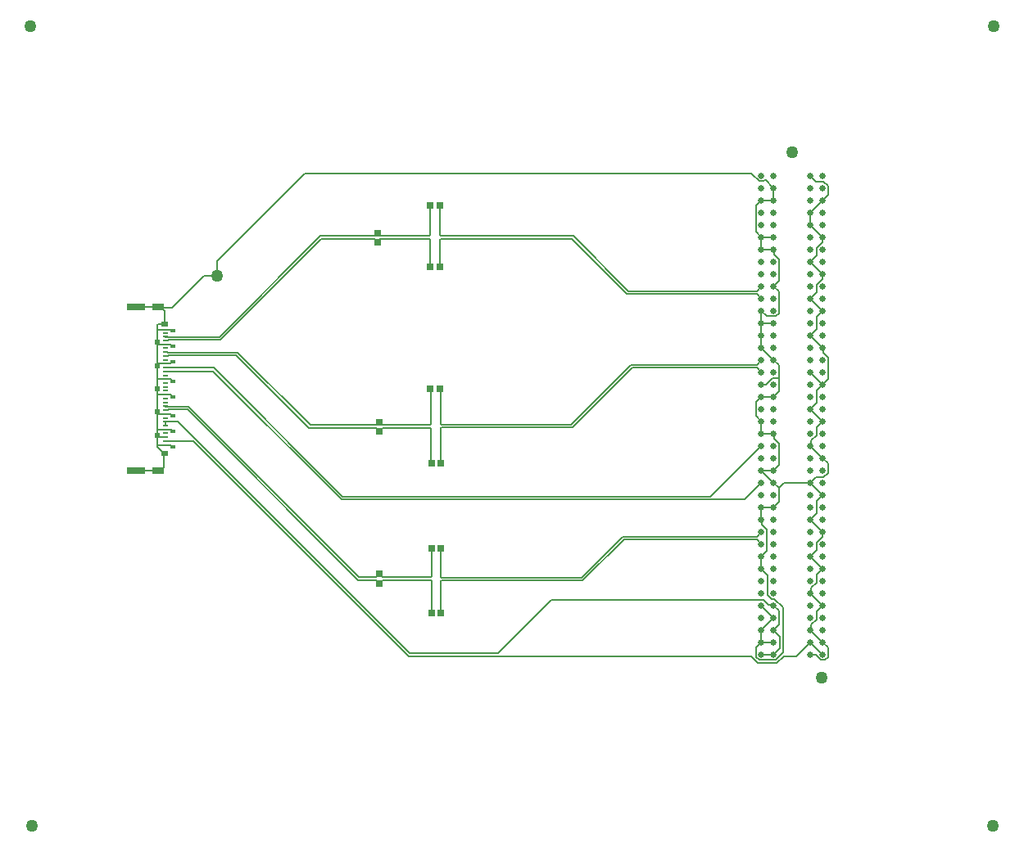
<source format=gtl>
G04*
G04 #@! TF.GenerationSoftware,Altium Limited,Altium Designer,21.4.1 (30)*
G04*
G04 Layer_Physical_Order=1*
G04 Layer_Color=255*
%FSLAX42Y42*%
%MOMM*%
G71*
G04*
G04 #@! TF.SameCoordinates,E2F270B4-6BBA-4985-9D84-7226317FA361*
G04*
G04*
G04 #@! TF.FilePolarity,Positive*
G04*
G01*
G75*
G04:AMPARAMS|DCode=14|XSize=0.67mm|YSize=0.67mm|CornerRadius=0.02mm|HoleSize=0mm|Usage=FLASHONLY|Rotation=90.000|XOffset=0mm|YOffset=0mm|HoleType=Round|Shape=RoundedRectangle|*
%AMROUNDEDRECTD14*
21,1,0.67,0.64,0,0,90.0*
21,1,0.64,0.67,0,0,90.0*
1,1,0.03,0.32,0.32*
1,1,0.03,0.32,-0.32*
1,1,0.03,-0.32,-0.32*
1,1,0.03,-0.32,0.32*
%
%ADD14ROUNDEDRECTD14*%
%ADD16R,0.60X0.20*%
%ADD17R,1.30X0.71*%
%ADD18R,1.85X0.71*%
%ADD19R,0.55X0.55*%
%ADD20R,0.58X0.45*%
%ADD21R,0.70X0.55*%
G04:AMPARAMS|DCode=22|XSize=0.67mm|YSize=0.67mm|CornerRadius=0.02mm|HoleSize=0mm|Usage=FLASHONLY|Rotation=180.000|XOffset=0mm|YOffset=0mm|HoleType=Round|Shape=RoundedRectangle|*
%AMROUNDEDRECTD22*
21,1,0.67,0.64,0,0,180.0*
21,1,0.64,0.67,0,0,180.0*
1,1,0.03,-0.32,0.32*
1,1,0.03,0.32,0.32*
1,1,0.03,0.32,-0.32*
1,1,0.03,-0.32,-0.32*
%
%ADD22ROUNDEDRECTD22*%
%ADD32C,1.27*%
%ADD35C,0.64*%
%ADD36C,0.15*%
D14*
X8539Y5385D02*
D03*
X8636D02*
D03*
X8524Y9601D02*
D03*
X8621D02*
D03*
X8527Y8966D02*
D03*
X8623D02*
D03*
X8527Y7709D02*
D03*
X8623D02*
D03*
X8539Y6934D02*
D03*
X8636D02*
D03*
X8539Y6058D02*
D03*
X8636D02*
D03*
D16*
X5785Y7686D02*
D03*
Y7286D02*
D03*
Y7326D02*
D03*
Y7366D02*
D03*
Y7406D02*
D03*
Y7446D02*
D03*
Y7486D02*
D03*
Y7526D02*
D03*
Y7566D02*
D03*
Y7606D02*
D03*
Y7726D02*
D03*
Y7646D02*
D03*
Y7766D02*
D03*
Y7806D02*
D03*
Y7846D02*
D03*
Y7886D02*
D03*
Y7926D02*
D03*
Y7966D02*
D03*
Y8006D02*
D03*
Y8046D02*
D03*
Y8086D02*
D03*
Y8126D02*
D03*
Y8166D02*
D03*
Y8206D02*
D03*
Y8246D02*
D03*
Y8286D02*
D03*
Y7166D02*
D03*
Y7206D02*
D03*
Y7246D02*
D03*
Y7126D02*
D03*
D17*
X5715Y8551D02*
D03*
Y6862D02*
D03*
D18*
X5482Y8551D02*
D03*
Y6862D02*
D03*
D19*
X5702Y8186D02*
D03*
Y7946D02*
D03*
Y7706D02*
D03*
Y7466D02*
D03*
Y7226D02*
D03*
D20*
X5869Y8306D02*
D03*
Y8146D02*
D03*
Y7986D02*
D03*
Y7786D02*
D03*
Y7626D02*
D03*
Y7426D02*
D03*
Y7106D02*
D03*
Y7266D02*
D03*
D21*
X5780Y8376D02*
D03*
Y7036D02*
D03*
D22*
X7978Y9223D02*
D03*
Y9319D02*
D03*
X8001Y7267D02*
D03*
Y7363D02*
D03*
Y5695D02*
D03*
Y5791D02*
D03*
D32*
X12263Y10152D02*
D03*
X12568Y4714D02*
D03*
X14351Y11455D02*
D03*
X14338Y3188D02*
D03*
X4407D02*
D03*
X4394Y11455D02*
D03*
X6325Y8877D02*
D03*
D35*
X11946Y9909D02*
D03*
Y9782D02*
D03*
Y9655D02*
D03*
Y9528D02*
D03*
Y9401D02*
D03*
Y9274D02*
D03*
Y9147D02*
D03*
Y9020D02*
D03*
Y8893D02*
D03*
Y8766D02*
D03*
Y8639D02*
D03*
Y8512D02*
D03*
Y8385D02*
D03*
Y8258D02*
D03*
Y8131D02*
D03*
Y8004D02*
D03*
Y7877D02*
D03*
Y7750D02*
D03*
Y7623D02*
D03*
Y7496D02*
D03*
Y4956D02*
D03*
Y5083D02*
D03*
Y5210D02*
D03*
Y5337D02*
D03*
Y5464D02*
D03*
Y5591D02*
D03*
Y5718D02*
D03*
Y5845D02*
D03*
Y5972D02*
D03*
Y6099D02*
D03*
Y6226D02*
D03*
Y6353D02*
D03*
Y6480D02*
D03*
Y6607D02*
D03*
Y6734D02*
D03*
Y6861D02*
D03*
Y6988D02*
D03*
Y7115D02*
D03*
Y7242D02*
D03*
Y7369D02*
D03*
X12073D02*
D03*
Y7242D02*
D03*
Y7115D02*
D03*
Y6988D02*
D03*
Y6861D02*
D03*
Y6734D02*
D03*
Y6607D02*
D03*
Y6480D02*
D03*
Y6353D02*
D03*
Y6226D02*
D03*
Y6099D02*
D03*
Y5972D02*
D03*
Y5845D02*
D03*
Y5718D02*
D03*
Y5591D02*
D03*
Y5464D02*
D03*
Y5337D02*
D03*
Y5210D02*
D03*
Y5083D02*
D03*
Y4956D02*
D03*
Y7496D02*
D03*
Y7623D02*
D03*
Y7750D02*
D03*
Y7877D02*
D03*
Y8004D02*
D03*
Y8131D02*
D03*
Y8258D02*
D03*
Y8385D02*
D03*
Y8512D02*
D03*
Y8639D02*
D03*
Y8766D02*
D03*
Y8893D02*
D03*
Y9020D02*
D03*
Y9147D02*
D03*
Y9274D02*
D03*
Y9401D02*
D03*
Y9528D02*
D03*
Y9655D02*
D03*
Y9782D02*
D03*
Y9909D02*
D03*
X12581D02*
D03*
Y9782D02*
D03*
Y9655D02*
D03*
Y9528D02*
D03*
Y9401D02*
D03*
Y9274D02*
D03*
Y9147D02*
D03*
Y9020D02*
D03*
Y8893D02*
D03*
Y8766D02*
D03*
Y8639D02*
D03*
Y8512D02*
D03*
Y8385D02*
D03*
Y8258D02*
D03*
Y8131D02*
D03*
Y8004D02*
D03*
Y7877D02*
D03*
Y7750D02*
D03*
Y7623D02*
D03*
Y7496D02*
D03*
Y4956D02*
D03*
Y5083D02*
D03*
Y5210D02*
D03*
Y5337D02*
D03*
Y5464D02*
D03*
Y5591D02*
D03*
Y5718D02*
D03*
Y5845D02*
D03*
Y5972D02*
D03*
Y6099D02*
D03*
Y6226D02*
D03*
Y6353D02*
D03*
Y6480D02*
D03*
Y6607D02*
D03*
Y6734D02*
D03*
Y6861D02*
D03*
Y6988D02*
D03*
Y7115D02*
D03*
Y7242D02*
D03*
Y7369D02*
D03*
X12454D02*
D03*
Y7242D02*
D03*
Y7115D02*
D03*
Y6988D02*
D03*
Y6861D02*
D03*
Y6734D02*
D03*
Y6607D02*
D03*
Y6480D02*
D03*
Y6353D02*
D03*
Y6226D02*
D03*
Y6099D02*
D03*
Y5972D02*
D03*
Y5845D02*
D03*
Y5718D02*
D03*
Y5591D02*
D03*
Y5464D02*
D03*
Y5337D02*
D03*
Y5210D02*
D03*
Y5083D02*
D03*
Y4956D02*
D03*
Y7496D02*
D03*
Y7623D02*
D03*
Y7750D02*
D03*
Y7877D02*
D03*
Y8004D02*
D03*
Y8131D02*
D03*
Y8258D02*
D03*
Y8385D02*
D03*
Y8512D02*
D03*
Y8639D02*
D03*
Y8766D02*
D03*
Y8893D02*
D03*
Y9020D02*
D03*
Y9147D02*
D03*
Y9274D02*
D03*
Y9401D02*
D03*
Y9528D02*
D03*
Y9655D02*
D03*
Y9782D02*
D03*
Y9909D02*
D03*
D36*
X6185Y8877D02*
X6325D01*
Y9030D01*
X5855Y8547D02*
X6185Y8877D01*
X6325Y9030D02*
X7226Y9931D01*
X5748Y8547D02*
X5855D01*
X7226Y9931D02*
X11846D01*
X5748Y8547D02*
X5780Y8515D01*
X5744Y8551D02*
X5748Y8547D01*
X5780Y8376D02*
Y8515D01*
X5715Y8551D02*
X5744D01*
X6285Y7926D02*
X7620Y6591D01*
X11422D01*
X11946Y7115D01*
X11773Y6561D02*
X11946Y6734D01*
X7607Y6561D02*
X11773D01*
X6282Y7886D02*
X7607Y6561D01*
X11978Y9864D02*
X11991D01*
X11846Y9931D02*
X11923Y9854D01*
X11991Y9864D02*
X12073Y9782D01*
X11968Y9854D02*
X11978Y9864D01*
X11923Y9854D02*
X11968D01*
X5711Y8376D02*
X5780D01*
X11841Y4940D02*
X11911Y4871D01*
X8301Y4940D02*
X11841D01*
X12177D02*
X12311D01*
X12108Y4871D02*
X12177Y4940D01*
X6075Y7166D02*
X8301Y4940D01*
X8313Y4971D02*
X9225D01*
X11911Y4871D02*
X12108D01*
X12311Y4940D02*
X12454Y5083D01*
X9225Y4971D02*
X9773Y5519D01*
X5918Y7366D02*
X8313Y4971D01*
X11891Y4933D02*
X11923Y4901D01*
X12095D01*
X12172Y4978D01*
X11946Y8385D02*
X12073D01*
X5482Y8551D02*
X5715D01*
X11946Y7750D02*
X11996D01*
X12059Y7814D01*
X12127D02*
Y7949D01*
Y7678D02*
Y7814D01*
X12059D02*
X12127D01*
X12581Y9655D02*
X12635Y9710D01*
Y9805D01*
X12588Y9852D02*
X12635Y9805D01*
X12511Y9852D02*
X12588D01*
X12454Y9909D02*
X12511Y9852D01*
X12454Y9528D02*
X12581Y9655D01*
X12454Y9401D02*
Y9528D01*
X12581Y9224D02*
Y9274D01*
X12517Y9161D02*
X12581Y9224D01*
X12454Y9401D02*
X12581Y9274D01*
X12517Y9084D02*
Y9161D01*
X12454Y9020D02*
X12517Y9084D01*
X12454Y9020D02*
X12581Y8893D01*
X12517Y8780D02*
X12581Y8843D01*
Y8893D01*
X12454Y8639D02*
X12517Y8703D01*
Y8780D01*
X12454Y8639D02*
X12581Y8512D01*
X12517Y8322D02*
Y8449D01*
X12454Y8258D02*
X12517Y8322D01*
Y8449D02*
X12581Y8512D01*
X12454Y7877D02*
X12581Y7750D01*
X12635Y7805D02*
Y8027D01*
X12586Y8076D02*
X12635Y8027D01*
X12581Y7750D02*
X12635Y7805D01*
X12586Y8076D02*
Y8126D01*
X12581Y8131D02*
X12586Y8126D01*
X12454Y8258D02*
X12581Y8131D01*
X12517Y7687D02*
X12581Y7750D01*
X12517Y7560D02*
Y7687D01*
X12454Y7496D02*
X12517Y7560D01*
X12454Y7496D02*
X12581Y7369D01*
X12454Y7115D02*
X12459Y7120D01*
Y7170D01*
X12517Y7228D01*
Y7306D01*
X12581Y7369D01*
X12454Y7115D02*
X12581Y6988D01*
X12635Y6838D02*
Y6933D01*
X12581Y6988D02*
X12635Y6933D01*
X12588Y6791D02*
X12635Y6838D01*
X12511Y6791D02*
X12588D01*
X12454Y6734D02*
X12511Y6791D01*
X12182Y6734D02*
X12454D01*
X12127Y6679D02*
X12182Y6734D01*
X12454D02*
X12581Y6607D01*
X12517Y6544D02*
X12581Y6607D01*
X12454Y6353D02*
X12517Y6417D01*
Y6544D01*
X12454Y6353D02*
X12581Y6226D01*
Y6178D02*
Y6226D01*
X12517Y6036D02*
Y6115D01*
X12581Y6178D01*
X12454Y5972D02*
X12517Y6036D01*
X12454Y5972D02*
X12581Y5845D01*
X12459Y5596D02*
Y5646D01*
X12517Y5704D01*
Y5782D01*
X12581Y5845D01*
X12454Y5591D02*
X12459Y5596D01*
X12454Y5591D02*
X12581Y5464D01*
X12459Y5265D02*
X12517Y5323D01*
Y5401D01*
X12581Y5464D01*
X12454Y5210D02*
X12459Y5215D01*
Y5265D01*
X12454Y5210D02*
X12581Y5083D01*
X12635Y5028D01*
Y4933D02*
Y5028D01*
X12603Y4901D02*
X12635Y4933D01*
X12558Y4901D02*
X12603D01*
X12508Y4951D02*
X12558Y4901D01*
X12459Y4951D02*
X12508D01*
X12454Y4956D02*
X12459Y4951D01*
X11891Y4933D02*
Y5028D01*
X11946Y5083D01*
X12172Y4978D02*
Y5442D01*
X12056Y5531D02*
X12083D01*
X12011Y5575D02*
X12056Y5531D01*
X12083D02*
X12172Y5442D01*
X12011Y5575D02*
Y5779D01*
X11946Y5845D02*
X12011Y5779D01*
X11946Y5845D02*
Y5972D01*
X12000Y6027D01*
Y6249D01*
X11951Y6298D02*
X12000Y6249D01*
X11951Y6298D02*
Y6348D01*
X11946Y6353D02*
X11951Y6348D01*
X11946Y6353D02*
Y6480D01*
X12073D01*
X12127Y6535D02*
Y6679D01*
X12073Y6734D02*
X12127Y6679D01*
X12073Y6480D02*
X12127Y6535D01*
X11946Y6861D02*
X12073Y6734D01*
X11946Y6861D02*
X12073D01*
X12078Y7187D02*
Y7237D01*
X12127Y6916D02*
Y7138D01*
X12073Y6861D02*
X12127Y6916D01*
X12073Y7242D02*
X12078Y7237D01*
Y7187D02*
X12127Y7138D01*
X11946Y7242D02*
X12073D01*
X11946D02*
Y7369D01*
X11891Y7424D02*
Y7568D01*
X11946Y7623D01*
X11891Y7424D02*
X11946Y7369D01*
Y7623D02*
X12073D01*
Y8004D02*
X12127Y7949D01*
X12073Y7623D02*
X12127Y7678D01*
X11946Y8131D02*
X12073Y8004D01*
X11946Y8131D02*
Y8258D01*
Y8385D01*
Y8512D01*
X12000Y8457D01*
X12095D01*
X12127Y8489D01*
Y8711D01*
X12073Y8766D02*
X12127Y8711D01*
Y8821D02*
Y9043D01*
X12073Y8766D02*
X12127Y8821D01*
X12078Y9092D02*
X12127Y9043D01*
X12078Y9092D02*
Y9142D01*
X12073Y9147D02*
X12078Y9142D01*
X11891Y9329D02*
X11946Y9274D01*
X11891Y9329D02*
Y9600D01*
X11946Y9655D01*
Y9147D02*
X12073D01*
X11946D02*
Y9274D01*
X12073D01*
X11946Y9655D02*
X12073D01*
Y9782D01*
X5842Y7806D02*
X5862Y7786D01*
X5707Y7806D02*
X5842D01*
X5785Y7886D02*
X6282D01*
X5862Y7786D02*
X5869D01*
X5702Y7811D02*
Y7946D01*
Y8186D01*
X5785Y7926D02*
X6285D01*
X8524Y7300D02*
X8533Y7291D01*
Y6941D02*
Y7291D01*
X8639Y7337D02*
X9981D01*
X10612Y7925D02*
X11898D01*
X8639Y7306D02*
X9993D01*
X10612Y7925D01*
X8630Y7297D02*
X8639Y7306D01*
X11898Y7925D02*
X11946Y7877D01*
X8630Y6941D02*
Y7297D01*
Y6941D02*
X8636Y6934D01*
X8630Y7346D02*
Y7703D01*
X9981Y7337D02*
X10600Y7956D01*
X11898D02*
X11946Y8004D01*
X10600Y7956D02*
X11898D01*
X8630Y7346D02*
X8639Y7337D01*
X8533Y6941D02*
X8539Y6934D01*
X8623Y7709D02*
X8630Y7703D01*
X5732Y7126D02*
X5842D01*
X5862Y7106D02*
X5869D01*
X5842Y7126D02*
X5862Y7106D01*
X5785Y7166D02*
X6075D01*
X5730Y7125D02*
X5732Y7126D01*
X5702Y7125D02*
X5730D01*
X12141Y5024D02*
Y5142D01*
X12073Y5210D02*
X12141Y5142D01*
X12073Y4956D02*
X12141Y5024D01*
X12073Y5464D02*
X12127Y5409D01*
X12073Y5210D02*
X12127Y5265D01*
X12068Y5469D02*
X12073Y5464D01*
X12127Y5265D02*
Y5409D01*
X12454Y5083D02*
X12581Y4956D01*
X11946Y5464D02*
X12073Y5337D01*
X11946Y5083D02*
X12073D01*
X11946D02*
Y5210D01*
X12073Y5337D01*
X11946Y4956D02*
X12073D01*
X5785Y7326D02*
Y7366D01*
X5918D01*
X12018Y5469D02*
X12068D01*
X11968Y5519D02*
X12018Y5469D01*
X9773Y5519D02*
X11968D01*
X8636Y5762D02*
X8645Y5753D01*
X8034Y5728D02*
X8529D01*
X10514Y6178D02*
X11898D01*
X8529Y5728D02*
X8539Y5718D01*
X8001Y5695D02*
X8034Y5728D01*
X8636Y5762D02*
Y6058D01*
X8645Y5753D02*
X10089D01*
X8001Y5791D02*
X8034Y5758D01*
X8539Y5385D02*
Y5718D01*
X10089Y5753D02*
X10514Y6178D01*
X11898D02*
X11946Y6226D01*
X8538Y6057D02*
X8539Y6058D01*
X8538Y5767D02*
Y6057D01*
X8034Y5758D02*
X8529D01*
X8538Y5767D01*
X7968Y5758D02*
X8001Y5791D01*
X7968Y5728D02*
X8001Y5695D01*
X10527Y6147D02*
X11898D01*
X10102Y5723D02*
X10527Y6147D01*
X8636Y5714D02*
X8645Y5723D01*
X8636Y5385D02*
Y5714D01*
X8645Y5723D02*
X10102D01*
X5842Y8166D02*
X5862Y8146D01*
X5869D01*
X5785Y8166D02*
X5842D01*
X5732Y8166D02*
X5732Y8166D01*
X5785D01*
X5702Y8186D02*
X5722Y8166D01*
X5732D01*
X5702Y8318D02*
Y8367D01*
Y8186D02*
Y8318D01*
X5703Y8319D02*
X5856D01*
X5702Y8318D02*
X5703Y8319D01*
X5856D02*
X5869Y8306D01*
X5702Y8367D02*
X5711Y8376D01*
X5772Y6890D02*
Y7036D01*
X5715Y6862D02*
X5744D01*
X5772Y6890D01*
Y7036D02*
X5772Y7036D01*
X5482Y6862D02*
X5715D01*
X5785Y7286D02*
X5787Y7284D01*
X5845D02*
X5862Y7266D01*
X5787Y7284D02*
X5845D01*
X5862Y7266D02*
X5869D01*
X5702Y7706D02*
Y7811D01*
X5707Y7806D01*
X5722Y7966D02*
X5785D01*
X5702Y7946D02*
X5722Y7966D01*
X5842D02*
X5862Y7986D01*
X5869D01*
X5785Y7966D02*
X5842D01*
X5842Y7646D02*
X5862Y7626D01*
X5785Y7646D02*
X5842D01*
X5862Y7626D02*
X5869D01*
X5702Y7645D02*
Y7706D01*
Y7466D02*
Y7645D01*
X5703Y7646D01*
X5785D01*
X5702Y7290D02*
Y7466D01*
Y7226D02*
Y7290D01*
X5706Y7286D02*
X5785D01*
X5702Y7290D02*
X5706Y7286D01*
X5702Y7125D02*
Y7226D01*
Y7106D02*
Y7125D01*
Y7106D02*
X5772Y7036D01*
X5702Y7226D02*
X5722Y7206D01*
X5785D02*
X5785Y7206D01*
X5722Y7206D02*
X5785D01*
X5702Y7466D02*
X5722Y7446D01*
X5785D01*
X5785Y7446D01*
X5842D02*
X5862Y7426D01*
X5869D01*
X5785Y7446D02*
X5842D01*
X11898Y6147D02*
X11946Y6099D01*
X8622Y9298D02*
X8631Y9289D01*
Y9258D02*
X9988D01*
X10559Y8687D01*
X8622Y9249D02*
X8631Y9258D01*
Y9289D02*
X10001D01*
X8622Y9298D02*
Y9600D01*
X10001Y9289D02*
X10572Y8718D01*
X8622Y8967D02*
Y9249D01*
Y8967D02*
X8623Y8966D01*
X8621Y9601D02*
X8622Y9600D01*
X11898Y8718D02*
X11946Y8766D01*
X11898Y8687D02*
X11946Y8639D01*
X10559Y8687D02*
X11898D01*
X10572Y8718D02*
X11898D01*
X7777Y5728D02*
X7968D01*
X5812Y7489D02*
X5814Y7491D01*
X6014D01*
X5787Y7489D02*
X5812D01*
X6014Y7491D02*
X7777Y5728D01*
X5785Y7486D02*
X5787Y7489D01*
X7790Y5758D02*
X7968D01*
X5787Y7524D02*
X5812D01*
X5814Y7521D01*
X5785Y7526D02*
X5787Y7524D01*
X5814Y7521D02*
X6026D01*
X7790Y5758D01*
X8034Y7330D02*
X8524D01*
X8533Y7339D02*
Y7703D01*
X8524Y7330D02*
X8533Y7339D01*
X8034Y7300D02*
X8524D01*
X8011Y9256D02*
X8517D01*
X8526Y8967D02*
Y9247D01*
X8517Y9256D02*
X8526Y9247D01*
Y9295D02*
Y9600D01*
X8517Y9286D02*
X8526Y9295D01*
X8011Y9286D02*
X8517D01*
X7968Y7300D02*
X8001Y7267D01*
X7271Y7300D02*
X7968D01*
X5812Y8049D02*
X5814Y8051D01*
X6520D01*
X5787Y8049D02*
X5812D01*
X6520Y8051D02*
X7271Y7300D01*
X5785Y8046D02*
X5787Y8049D01*
X7968Y7330D02*
X8001Y7363D01*
X7284Y7330D02*
X7968D01*
X5787Y8084D02*
X5812D01*
X5814Y8081D01*
X5785Y8086D02*
X5787Y8084D01*
X5814Y8081D02*
X6533D01*
X7284Y7330D01*
X8001Y7363D02*
X8034Y7330D01*
X8527Y7709D02*
X8533Y7703D01*
X8001Y7267D02*
X8034Y7300D01*
X7945Y9256D02*
X7978Y9223D01*
X7401Y9256D02*
X7945D01*
X6356Y8211D02*
X7401Y9256D01*
X5814Y8211D02*
X6356D01*
X5787Y8209D02*
X5812D01*
X5814Y8211D01*
X5785Y8206D02*
X5787Y8209D01*
X7945Y9286D02*
X7978Y9319D01*
X7389Y9286D02*
X7945D01*
X5787Y8244D02*
X5812D01*
X5814Y8241D01*
X5785Y8246D02*
X5787Y8244D01*
X6344Y8241D02*
X7389Y9286D01*
X5814Y8241D02*
X6344D01*
X7978Y9319D02*
X8011Y9286D01*
X8524Y9601D02*
X8526Y9600D01*
X7978Y9223D02*
X8011Y9256D01*
X8526Y8967D02*
X8527Y8966D01*
M02*

</source>
